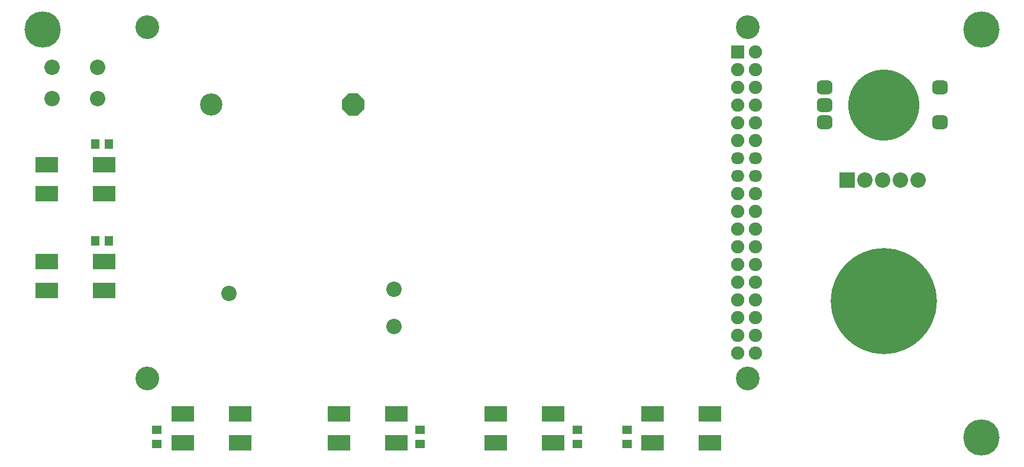
<source format=gts>
G04*
G04 #@! TF.GenerationSoftware,Altium Limited,Altium Designer,21.0.8 (223)*
G04*
G04 Layer_Color=8388736*
%FSLAX44Y44*%
%MOMM*%
G71*
G04*
G04 #@! TF.SameCoordinates,CF40DC4F-38BD-4AEA-854D-D5A68E69FAB1*
G04*
G04*
G04 #@! TF.FilePolarity,Negative*
G04*
G01*
G75*
%ADD13R,1.4532X1.2032*%
%ADD14R,1.2032X1.4532*%
%ADD15R,3.2032X2.2032*%
%ADD16C,2.2032*%
%ADD17R,2.2032X2.2032*%
%ADD18P,3.4671X8X202.5*%
%ADD19C,3.2032*%
%ADD20C,1.9032*%
%ADD21O,1.9032X1.7032*%
%ADD22R,1.9032X1.9032*%
G04:AMPARAMS|DCode=23|XSize=2.0032mm|YSize=2.2032mm|CornerRadius=0.5516mm|HoleSize=0mm|Usage=FLASHONLY|Rotation=270.000|XOffset=0mm|YOffset=0mm|HoleType=Round|Shape=RoundedRectangle|*
%AMROUNDEDRECTD23*
21,1,2.0032,1.1000,0,0,270.0*
21,1,0.9000,2.2032,0,0,270.0*
1,1,1.1032,-0.5500,-0.4500*
1,1,1.1032,-0.5500,0.4500*
1,1,1.1032,0.5500,0.4500*
1,1,1.1032,0.5500,-0.4500*
%
%ADD23ROUNDEDRECTD23*%
%ADD24C,10.2032*%
%ADD25C,5.2032*%
%ADD26C,3.4032*%
%ADD27C,15.2032*%
D13*
X864500Y42234D02*
D03*
Y22234D02*
D03*
X568000Y42234D02*
D03*
Y22234D02*
D03*
X191750Y42234D02*
D03*
Y22234D02*
D03*
X793500Y42234D02*
D03*
Y22234D02*
D03*
D14*
X103016Y313500D02*
D03*
X123016D02*
D03*
X103016Y452000D02*
D03*
X123016D02*
D03*
D15*
X116000Y242794D02*
D03*
Y284294D02*
D03*
X34000Y242794D02*
D03*
Y284294D02*
D03*
X901000Y65750D02*
D03*
Y24250D02*
D03*
X983000Y65750D02*
D03*
Y24250D02*
D03*
X676821Y65750D02*
D03*
Y24250D02*
D03*
X758820Y65750D02*
D03*
Y24250D02*
D03*
X452641Y65750D02*
D03*
Y24250D02*
D03*
X534641Y65750D02*
D03*
Y24250D02*
D03*
X228462Y65750D02*
D03*
Y24250D02*
D03*
X310462Y65750D02*
D03*
Y24250D02*
D03*
X116000Y381147D02*
D03*
Y422647D02*
D03*
X34000Y381147D02*
D03*
Y422647D02*
D03*
D16*
X1280800Y401000D02*
D03*
X1255400D02*
D03*
X1204600D02*
D03*
X1230000D02*
D03*
X42000Y562750D02*
D03*
Y517750D02*
D03*
X107000Y562750D02*
D03*
Y517750D02*
D03*
X531000Y190750D02*
D03*
Y244250D02*
D03*
X294750Y238250D02*
D03*
D17*
X1179200Y401000D02*
D03*
D18*
X472515Y508749D02*
D03*
D19*
X269485D02*
D03*
D20*
X1023250Y153100D02*
D03*
X1048650D02*
D03*
Y178500D02*
D03*
X1023250D02*
D03*
X1048650Y203900D02*
D03*
X1023250D02*
D03*
X1048650Y229300D02*
D03*
X1023250D02*
D03*
X1048650Y254700D02*
D03*
X1023250D02*
D03*
X1048650Y280100D02*
D03*
X1023250D02*
D03*
X1048650Y305500D02*
D03*
X1023250D02*
D03*
X1048650Y330900D02*
D03*
X1023250D02*
D03*
X1048650Y356300D02*
D03*
X1023250D02*
D03*
X1048650Y381700D02*
D03*
X1023250D02*
D03*
X1048650Y457900D02*
D03*
X1023250D02*
D03*
X1048650Y483300D02*
D03*
X1023250D02*
D03*
X1048650Y508700D02*
D03*
X1023250D02*
D03*
X1048650Y534100D02*
D03*
X1023250D02*
D03*
X1048650Y559500D02*
D03*
X1023250D02*
D03*
X1048650Y584900D02*
D03*
D21*
Y407100D02*
D03*
X1023250D02*
D03*
X1048650Y432500D02*
D03*
X1023250D02*
D03*
D22*
Y584900D02*
D03*
D23*
X1147505Y533634D02*
D03*
Y508634D02*
D03*
Y483634D02*
D03*
X1312505Y533634D02*
D03*
Y483634D02*
D03*
D24*
X1231755Y508634D02*
D03*
D25*
X1371727Y31260D02*
D03*
Y617000D02*
D03*
X28000D02*
D03*
D26*
X178190Y620460D02*
D03*
Y116270D02*
D03*
X1037190D02*
D03*
Y620460D02*
D03*
D27*
X1231685Y227257D02*
D03*
M02*

</source>
